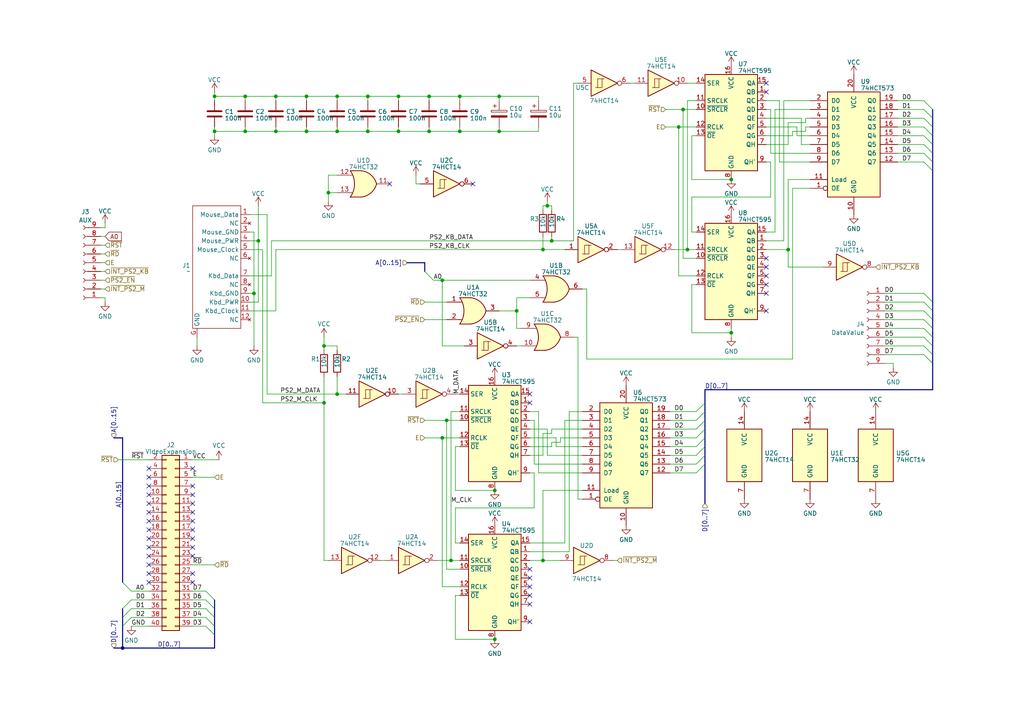
<source format=kicad_sch>
(kicad_sch (version 20231120) (generator "eeschema") (generator_version "8.0")
  (paper "A4")
  (junction (at 80.01 27.94))
  (junction (at 133.35 38.1))
  (junction (at 196.85 36.83))
  (junction (at 124.46 38.1))
  (junction (at 212.09 52.07))
  (junction (at 93.98 116.84))
  (junction (at 35.56 187.96))
  (junction (at 62.23 38.1))
  (junction (at 93.98 100.33))
  (junction (at 88.9 38.1))
  (junction (at 198.12 31.75))
  (junction (at 97.79 27.94))
  (junction (at 130.81 162.56))
  (junction (at 97.79 38.1))
  (junction (at 129.54 121.92))
  (junction (at 62.23 27.94))
  (junction (at 71.12 38.1))
  (junction (at 199.39 72.39))
  (junction (at 74.93 69.85))
  (junction (at 80.01 38.1))
  (junction (at 212.09 96.52))
  (junction (at 95.25 55.88))
  (junction (at 157.48 72.39))
  (junction (at 158.75 59.69))
  (junction (at 128.27 127))
  (junction (at 143.51 185.42))
  (junction (at 228.6 72.39))
  (junction (at 106.68 38.1))
  (junction (at 144.78 27.94))
  (junction (at 106.68 27.94))
  (junction (at 144.78 38.1))
  (junction (at 115.57 38.1))
  (junction (at 71.12 27.94))
  (junction (at 149.86 90.17))
  (junction (at 73.66 85.09))
  (junction (at 124.46 27.94))
  (junction (at 88.9 27.94))
  (junction (at 128.27 81.28))
  (junction (at 115.57 27.94))
  (junction (at 133.35 27.94))
  (junction (at 143.51 142.24))
  (junction (at 160.02 69.85))
  (junction (at 157.48 162.56))
  (junction (at 97.79 114.3))
  (no_connect (at 153.67 180.34))
  (no_connect (at 153.67 114.3))
  (no_connect (at 43.18 151.13))
  (no_connect (at 222.25 82.55))
  (no_connect (at 153.67 170.18))
  (no_connect (at 153.67 175.26))
  (no_connect (at 43.18 138.43))
  (no_connect (at 55.88 158.75))
  (no_connect (at 43.18 156.21))
  (no_connect (at 137.16 53.34))
  (no_connect (at 43.18 140.97))
  (no_connect (at 43.18 168.91))
  (no_connect (at 43.18 146.05))
  (no_connect (at 153.67 165.1))
  (no_connect (at 43.18 153.67))
  (no_connect (at 55.88 168.91))
  (no_connect (at 55.88 156.21))
  (no_connect (at 113.03 53.34))
  (no_connect (at 153.67 167.64))
  (no_connect (at 43.18 148.59))
  (no_connect (at 222.25 26.67))
  (no_connect (at 153.67 116.84))
  (no_connect (at 222.25 85.09))
  (no_connect (at 222.25 24.13))
  (no_connect (at 222.25 90.17))
  (no_connect (at 55.88 146.05))
  (no_connect (at 43.18 161.29))
  (no_connect (at 222.25 74.93))
  (no_connect (at 55.88 148.59))
  (no_connect (at 55.88 143.51))
  (no_connect (at 43.18 143.51))
  (no_connect (at 55.88 153.67))
  (no_connect (at 222.25 77.47))
  (no_connect (at 43.18 166.37))
  (no_connect (at 55.88 161.29))
  (no_connect (at 43.18 158.75))
  (no_connect (at 222.25 80.01))
  (no_connect (at 55.88 166.37))
  (no_connect (at 55.88 135.89))
  (no_connect (at 43.18 135.89))
  (no_connect (at 153.67 172.72))
  (no_connect (at 43.18 163.83))
  (no_connect (at 55.88 151.13))
  (no_connect (at 55.88 140.97))
  (bus_entry (at 35.56 179.07) (size 2.54 -2.54))
  (bus_entry (at 204.47 121.92) (size -2.54 2.54))
  (bus_entry (at 59.69 171.45) (size 2.54 2.54))
  (bus_entry (at 270.51 87.63) (size -2.54 -2.54))
  (bus_entry (at 270.51 31.75) (size -2.54 -2.54))
  (bus_entry (at 123.19 78.74) (size 2.54 2.54))
  (bus_entry (at 204.47 127) (size -2.54 2.54))
  (bus_entry (at 204.47 132.08) (size -2.54 2.54))
  (bus_entry (at 270.51 34.29) (size -2.54 -2.54))
  (bus_entry (at 270.51 41.91) (size -2.54 -2.54))
  (bus_entry (at 204.47 129.54) (size -2.54 2.54))
  (bus_entry (at 270.51 100.33) (size -2.54 -2.54))
  (bus_entry (at 59.69 173.99) (size 2.54 2.54))
  (bus_entry (at 270.51 36.83) (size -2.54 -2.54))
  (bus_entry (at 59.69 176.53) (size 2.54 2.54))
  (bus_entry (at 204.47 124.46) (size -2.54 2.54))
  (bus_entry (at 270.51 90.17) (size -2.54 -2.54))
  (bus_entry (at 35.56 181.61) (size 2.54 -2.54))
  (bus_entry (at 38.1 171.45) (size -2.54 -2.54))
  (bus_entry (at 204.47 116.84) (size -2.54 2.54))
  (bus_entry (at 204.47 119.38) (size -2.54 2.54))
  (bus_entry (at 204.47 134.62) (size -2.54 2.54))
  (bus_entry (at 59.69 179.07) (size 2.54 2.54))
  (bus_entry (at 270.51 105.41) (size -2.54 -2.54))
  (bus_entry (at 270.51 49.53) (size -2.54 -2.54))
  (bus_entry (at 35.56 176.53) (size 2.54 -2.54))
  (bus_entry (at 270.51 39.37) (size -2.54 -2.54))
  (bus_entry (at 270.51 97.79) (size -2.54 -2.54))
  (bus_entry (at 270.51 95.25) (size -2.54 -2.54))
  (bus_entry (at 270.51 102.87) (size -2.54 -2.54))
  (bus_entry (at 270.51 46.99) (size -2.54 -2.54))
  (bus_entry (at 270.51 92.71) (size -2.54 -2.54))
  (bus_entry (at 59.69 181.61) (size 2.54 2.54))
  (bus_entry (at 270.51 44.45) (size -2.54 -2.54))
  (wire (pts (xy 158.75 124.46) (xy 158.75 132.08)))
  (wire (pts (xy 133.35 129.54) (xy 132.08 129.54)))
  (wire (pts (xy 115.57 29.21) (xy 115.57 27.94)))
  (wire (pts (xy 194.31 137.16) (xy 201.93 137.16)))
  (wire (pts (xy 123.19 127) (xy 128.27 127)))
  (wire (pts (xy 256.54 85.09) (xy 267.97 85.09)))
  (wire (pts (xy 29.21 78.74) (xy 30.48 78.74)))
  (wire (pts (xy 77.47 62.23) (xy 77.47 114.3)))
  (wire (pts (xy 97.79 36.83) (xy 97.79 38.1)))
  (wire (pts (xy 115.57 27.94) (xy 124.46 27.94)))
  (bus (pts (xy 62.23 179.07) (xy 62.23 181.61)))
  (wire (pts (xy 55.88 163.83) (xy 62.23 163.83)))
  (wire (pts (xy 72.39 80.01) (xy 78.74 80.01)))
  (wire (pts (xy 154.94 147.32) (xy 132.08 147.32)))
  (wire (pts (xy 110.49 162.56) (xy 111.76 162.56)))
  (wire (pts (xy 153.67 157.48) (xy 163.83 157.48)))
  (wire (pts (xy 196.85 36.83) (xy 196.85 80.01)))
  (wire (pts (xy 127 162.56) (xy 130.81 162.56)))
  (wire (pts (xy 55.88 173.99) (xy 59.69 173.99)))
  (wire (pts (xy 154.94 134.62) (xy 168.91 134.62)))
  (wire (pts (xy 62.23 27.94) (xy 71.12 27.94)))
  (wire (pts (xy 157.48 72.39) (xy 163.83 72.39)))
  (wire (pts (xy 128.27 127) (xy 128.27 170.18)))
  (wire (pts (xy 167.64 144.78) (xy 168.91 144.78)))
  (wire (pts (xy 124.46 36.83) (xy 124.46 38.1)))
  (wire (pts (xy 229.87 54.61) (xy 234.95 54.61)))
  (wire (pts (xy 120.65 53.34) (xy 121.92 53.34)))
  (wire (pts (xy 80.01 38.1) (xy 88.9 38.1)))
  (wire (pts (xy 160.02 59.69) (xy 160.02 60.96)))
  (bus (pts (xy 35.56 176.53) (xy 35.56 179.07)))
  (wire (pts (xy 153.67 121.92) (xy 154.94 121.92)))
  (wire (pts (xy 156.21 119.38) (xy 153.67 119.38)))
  (bus (pts (xy 123.19 76.2) (xy 123.19 78.74)))
  (wire (pts (xy 177.8 162.56) (xy 179.07 162.56)))
  (wire (pts (xy 38.1 176.53) (xy 43.18 176.53)))
  (wire (pts (xy 129.54 121.92) (xy 129.54 165.1)))
  (wire (pts (xy 80.01 27.94) (xy 80.01 29.21)))
  (wire (pts (xy 157.48 132.08) (xy 153.67 132.08)))
  (wire (pts (xy 115.57 38.1) (xy 124.46 38.1)))
  (wire (pts (xy 55.88 171.45) (xy 59.69 171.45)))
  (wire (pts (xy 163.83 121.92) (xy 168.91 121.92)))
  (wire (pts (xy 106.68 38.1) (xy 115.57 38.1)))
  (wire (pts (xy 224.79 67.31) (xy 224.79 31.75)))
  (wire (pts (xy 134.62 100.33) (xy 128.27 100.33)))
  (wire (pts (xy 179.07 72.39) (xy 180.34 72.39)))
  (wire (pts (xy 97.79 114.3) (xy 100.33 114.3)))
  (wire (pts (xy 156.21 29.21) (xy 156.21 27.94)))
  (wire (pts (xy 78.74 69.85) (xy 160.02 69.85)))
  (wire (pts (xy 123.19 87.63) (xy 129.54 87.63)))
  (wire (pts (xy 259.08 105.41) (xy 259.08 106.68)))
  (wire (pts (xy 222.25 41.91) (xy 228.6 41.91)))
  (wire (pts (xy 62.23 26.67) (xy 62.23 27.94)))
  (wire (pts (xy 194.31 129.54) (xy 201.93 129.54)))
  (wire (pts (xy 194.31 134.62) (xy 201.93 134.62)))
  (bus (pts (xy 270.51 46.99) (xy 270.51 49.53)))
  (wire (pts (xy 97.79 29.21) (xy 97.79 27.94)))
  (wire (pts (xy 199.39 29.21) (xy 201.93 29.21)))
  (wire (pts (xy 115.57 114.3) (xy 116.84 114.3)))
  (wire (pts (xy 129.54 165.1) (xy 133.35 165.1)))
  (wire (pts (xy 76.2 116.84) (xy 93.98 116.84)))
  (wire (pts (xy 30.48 86.36) (xy 29.21 86.36)))
  (wire (pts (xy 124.46 38.1) (xy 133.35 38.1)))
  (wire (pts (xy 231.14 39.37) (xy 234.95 39.37)))
  (wire (pts (xy 120.65 50.8) (xy 120.65 53.34)))
  (bus (pts (xy 204.47 124.46) (xy 204.47 127)))
  (wire (pts (xy 157.48 125.73) (xy 160.02 125.73)))
  (wire (pts (xy 72.39 87.63) (xy 74.93 87.63)))
  (bus (pts (xy 270.51 97.79) (xy 270.51 100.33)))
  (wire (pts (xy 62.23 38.1) (xy 71.12 38.1)))
  (bus (pts (xy 270.51 102.87) (xy 270.51 105.41)))
  (wire (pts (xy 93.98 97.79) (xy 93.98 100.33)))
  (wire (pts (xy 154.94 137.16) (xy 154.94 147.32)))
  (wire (pts (xy 153.67 127) (xy 161.29 127)))
  (bus (pts (xy 204.47 116.84) (xy 204.47 119.38)))
  (wire (pts (xy 124.46 27.94) (xy 133.35 27.94)))
  (wire (pts (xy 233.68 34.29) (xy 234.95 34.29)))
  (wire (pts (xy 260.35 46.99) (xy 267.97 46.99)))
  (wire (pts (xy 97.79 27.94) (xy 106.68 27.94)))
  (wire (pts (xy 29.21 71.12) (xy 30.48 71.12)))
  (wire (pts (xy 228.6 41.91) (xy 228.6 35.56)))
  (wire (pts (xy 71.12 29.21) (xy 71.12 27.94)))
  (wire (pts (xy 168.91 83.82) (xy 170.18 83.82)))
  (wire (pts (xy 88.9 27.94) (xy 88.9 29.21)))
  (wire (pts (xy 153.67 162.56) (xy 157.48 162.56)))
  (wire (pts (xy 29.21 68.58) (xy 30.48 68.58)))
  (wire (pts (xy 144.78 90.17) (xy 149.86 90.17)))
  (wire (pts (xy 194.31 121.92) (xy 201.93 121.92)))
  (bus (pts (xy 270.51 49.53) (xy 270.51 87.63)))
  (wire (pts (xy 160.02 129.54) (xy 160.02 128.27)))
  (wire (pts (xy 130.81 162.56) (xy 133.35 162.56)))
  (wire (pts (xy 30.48 87.63) (xy 30.48 86.36)))
  (wire (pts (xy 165.1 119.38) (xy 168.91 119.38)))
  (wire (pts (xy 199.39 72.39) (xy 199.39 29.21)))
  (bus (pts (xy 270.51 113.03) (xy 204.47 113.03)))
  (wire (pts (xy 149.86 95.25) (xy 151.13 95.25)))
  (wire (pts (xy 29.21 81.28) (xy 30.48 81.28)))
  (bus (pts (xy 118.11 76.2) (xy 123.19 76.2)))
  (bus (pts (xy 35.56 187.96) (xy 62.23 187.96)))
  (wire (pts (xy 123.19 121.92) (xy 129.54 121.92)))
  (wire (pts (xy 160.02 125.73) (xy 160.02 124.46)))
  (wire (pts (xy 223.52 57.15) (xy 200.66 57.15)))
  (wire (pts (xy 76.2 72.39) (xy 76.2 116.84)))
  (wire (pts (xy 144.78 36.83) (xy 144.78 38.1)))
  (wire (pts (xy 165.1 160.02) (xy 165.1 119.38)))
  (wire (pts (xy 229.87 38.1) (xy 229.87 39.37)))
  (wire (pts (xy 74.93 69.85) (xy 74.93 87.63)))
  (wire (pts (xy 196.85 36.83) (xy 201.93 36.83)))
  (wire (pts (xy 226.06 29.21) (xy 222.25 29.21)))
  (wire (pts (xy 34.29 133.35) (xy 43.18 133.35)))
  (bus (pts (xy 204.47 127) (xy 204.47 129.54)))
  (wire (pts (xy 195.58 72.39) (xy 199.39 72.39)))
  (wire (pts (xy 55.88 179.07) (xy 59.69 179.07)))
  (wire (pts (xy 232.41 41.91) (xy 234.95 41.91)))
  (wire (pts (xy 38.1 173.99) (xy 43.18 173.99)))
  (wire (pts (xy 228.6 77.47) (xy 238.76 77.47)))
  (wire (pts (xy 106.68 27.94) (xy 106.68 29.21)))
  (wire (pts (xy 38.1 181.61) (xy 43.18 181.61)))
  (bus (pts (xy 33.02 127) (xy 35.56 127)))
  (wire (pts (xy 157.48 59.69) (xy 158.75 59.69)))
  (bus (pts (xy 204.47 132.08) (xy 204.47 134.62)))
  (bus (pts (xy 270.51 92.71) (xy 270.51 95.25)))
  (wire (pts (xy 260.35 29.21) (xy 267.97 29.21)))
  (bus (pts (xy 62.23 173.99) (xy 62.23 176.53)))
  (wire (pts (xy 72.39 67.31) (xy 73.66 67.31)))
  (wire (pts (xy 128.27 127) (xy 133.35 127)))
  (wire (pts (xy 198.12 74.93) (xy 201.93 74.93)))
  (wire (pts (xy 156.21 36.83) (xy 156.21 38.1)))
  (wire (pts (xy 95.25 50.8) (xy 95.25 55.88)))
  (wire (pts (xy 212.09 96.52) (xy 212.09 95.25)))
  (wire (pts (xy 158.75 132.08) (xy 168.91 132.08)))
  (wire (pts (xy 160.02 68.58) (xy 160.02 69.85)))
  (bus (pts (xy 270.51 100.33) (xy 270.51 102.87)))
  (wire (pts (xy 224.79 31.75) (xy 234.95 31.75)))
  (wire (pts (xy 29.21 76.2) (xy 30.48 76.2)))
  (bus (pts (xy 204.47 134.62) (xy 204.47 146.05)))
  (wire (pts (xy 88.9 27.94) (xy 97.79 27.94)))
  (wire (pts (xy 201.93 31.75) (xy 198.12 31.75)))
  (wire (pts (xy 256.54 90.17) (xy 267.97 90.17)))
  (wire (pts (xy 80.01 72.39) (xy 157.48 72.39)))
  (wire (pts (xy 222.25 36.83) (xy 231.14 36.83)))
  (wire (pts (xy 132.08 114.3) (xy 133.35 114.3)))
  (wire (pts (xy 115.57 36.83) (xy 115.57 38.1)))
  (wire (pts (xy 163.83 157.48) (xy 163.83 121.92)))
  (wire (pts (xy 29.21 83.82) (xy 30.48 83.82)))
  (wire (pts (xy 97.79 38.1) (xy 106.68 38.1)))
  (wire (pts (xy 78.74 80.01) (xy 78.74 69.85)))
  (wire (pts (xy 153.67 124.46) (xy 158.75 124.46)))
  (wire (pts (xy 97.79 101.6) (xy 97.79 100.33)))
  (wire (pts (xy 55.88 181.61) (xy 59.69 181.61)))
  (wire (pts (xy 71.12 38.1) (xy 80.01 38.1)))
  (wire (pts (xy 222.25 67.31) (xy 224.79 67.31)))
  (wire (pts (xy 38.1 179.07) (xy 43.18 179.07)))
  (wire (pts (xy 157.48 60.96) (xy 157.48 59.69)))
  (wire (pts (xy 222.25 39.37) (xy 229.87 39.37)))
  (wire (pts (xy 153.67 137.16) (xy 154.94 137.16)))
  (bus (pts (xy 270.51 34.29) (xy 270.51 36.83)))
  (wire (pts (xy 88.9 38.1) (xy 97.79 38.1)))
  (wire (pts (xy 260.35 34.29) (xy 267.97 34.29)))
  (wire (pts (xy 234.95 46.99) (xy 226.06 46.99)))
  (bus (pts (xy 35.56 179.07) (xy 35.56 181.61)))
  (bus (pts (xy 35.56 127) (xy 35.56 168.91)))
  (wire (pts (xy 93.98 100.33) (xy 93.98 101.6)))
  (wire (pts (xy 133.35 38.1) (xy 144.78 38.1)))
  (wire (pts (xy 158.75 59.69) (xy 160.02 59.69)))
  (wire (pts (xy 80.01 72.39) (xy 80.01 90.17)))
  (wire (pts (xy 200.66 96.52) (xy 212.09 96.52)))
  (wire (pts (xy 133.35 172.72) (xy 132.08 172.72)))
  (wire (pts (xy 153.67 129.54) (xy 160.02 129.54)))
  (wire (pts (xy 157.48 142.24) (xy 157.48 162.56)))
  (wire (pts (xy 256.54 87.63) (xy 267.97 87.63)))
  (wire (pts (xy 229.87 104.14) (xy 229.87 54.61)))
  (wire (pts (xy 161.29 127) (xy 161.29 129.54)))
  (bus (pts (xy 62.23 184.15) (xy 62.23 187.96)))
  (wire (pts (xy 170.18 104.14) (xy 170.18 83.82)))
  (bus (pts (xy 204.47 113.03) (xy 204.47 116.84)))
  (wire (pts (xy 256.54 105.41) (xy 259.08 105.41)))
  (wire (pts (xy 132.08 142.24) (xy 143.51 142.24)))
  (wire (pts (xy 157.48 162.56) (xy 162.56 162.56)))
  (wire (pts (xy 194.31 119.38) (xy 201.93 119.38)))
  (wire (pts (xy 144.78 27.94) (xy 144.78 29.21)))
  (wire (pts (xy 170.18 104.14) (xy 229.87 104.14)))
  (wire (pts (xy 55.88 176.53) (xy 59.69 176.53)))
  (wire (pts (xy 193.04 31.75) (xy 198.12 31.75)))
  (wire (pts (xy 168.91 137.16) (xy 156.21 137.16)))
  (wire (pts (xy 97.79 55.88) (xy 95.25 55.88)))
  (wire (pts (xy 132.08 185.42) (xy 143.51 185.42)))
  (wire (pts (xy 80.01 27.94) (xy 88.9 27.94)))
  (wire (pts (xy 157.48 68.58) (xy 157.48 72.39)))
  (wire (pts (xy 200.66 52.07) (xy 212.09 52.07)))
  (wire (pts (xy 77.47 114.3) (xy 97.79 114.3)))
  (wire (pts (xy 130.81 162.56) (xy 130.81 119.38)))
  (bus (pts (xy 270.51 95.25) (xy 270.51 97.79)))
  (wire (pts (xy 166.37 24.13) (xy 167.64 24.13)))
  (wire (pts (xy 256.54 92.71) (xy 267.97 92.71)))
  (wire (pts (xy 72.39 62.23) (xy 77.47 62.23)))
  (wire (pts (xy 260.35 36.83) (xy 267.97 36.83)))
  (wire (pts (xy 62.23 38.1) (xy 62.23 39.37)))
  (wire (pts (xy 72.39 85.09) (xy 73.66 85.09)))
  (wire (pts (xy 198.12 31.75) (xy 198.12 74.93)))
  (wire (pts (xy 133.35 36.83) (xy 133.35 38.1)))
  (bus (pts (xy 270.51 31.75) (xy 270.51 34.29)))
  (wire (pts (xy 227.33 69.85) (xy 227.33 29.21)))
  (wire (pts (xy 256.54 102.87) (xy 267.97 102.87)))
  (wire (pts (xy 201.93 39.37) (xy 200.66 39.37)))
  (wire (pts (xy 62.23 36.83) (xy 62.23 38.1)))
  (wire (pts (xy 200.66 39.37) (xy 200.66 52.07)))
  (wire (pts (xy 232.41 34.29) (xy 232.41 41.91)))
  (wire (pts (xy 133.35 27.94) (xy 144.78 27.94)))
  (wire (pts (xy 160.02 124.46) (xy 168.91 124.46)))
  (wire (pts (xy 128.27 81.28) (xy 153.67 81.28)))
  (wire (pts (xy 157.48 132.08) (xy 157.48 125.73)))
  (wire (pts (xy 149.86 100.33) (xy 151.13 100.33)))
  (wire (pts (xy 73.66 67.31) (xy 73.66 85.09)))
  (wire (pts (xy 74.93 59.69) (xy 74.93 69.85)))
  (wire (pts (xy 200.66 67.31) (xy 201.93 67.31)))
  (bus (pts (xy 270.51 36.83) (xy 270.51 39.37)))
  (wire (pts (xy 72.39 69.85) (xy 74.93 69.85)))
  (wire (pts (xy 168.91 142.24) (xy 157.48 142.24)))
  (wire (pts (xy 144.78 27.94) (xy 156.21 27.94)))
  (wire (pts (xy 199.39 24.13) (xy 201.93 24.13)))
  (wire (pts (xy 222.25 72.39) (xy 228.6 72.39)))
  (wire (pts (xy 30.48 64.77) (xy 30.48 66.04)))
  (wire (pts (xy 193.04 36.83) (xy 196.85 36.83)))
  (wire (pts (xy 133.35 29.21) (xy 133.35 27.94)))
  (wire (pts (xy 132.08 157.48) (xy 133.35 157.48)))
  (wire (pts (xy 222.25 34.29) (xy 232.41 34.29)))
  (bus (pts (xy 270.51 105.41) (xy 270.51 113.03)))
  (wire (pts (xy 256.54 95.25) (xy 267.97 95.25)))
  (wire (pts (xy 196.85 80.01) (xy 201.93 80.01)))
  (wire (pts (xy 260.35 44.45) (xy 267.97 44.45)))
  (wire (pts (xy 223.52 46.99) (xy 223.52 57.15)))
  (wire (pts (xy 132.08 147.32) (xy 132.08 157.48)))
  (wire (pts (xy 123.19 92.71) (xy 129.54 92.71)))
  (wire (pts (xy 200.66 57.15) (xy 200.66 67.31)))
  (wire (pts (xy 256.54 100.33) (xy 267.97 100.33)))
  (wire (pts (xy 194.31 127) (xy 201.93 127)))
  (wire (pts (xy 160.02 69.85) (xy 166.37 69.85)))
  (wire (pts (xy 182.88 24.13) (xy 184.15 24.13)))
  (wire (pts (xy 260.35 31.75) (xy 267.97 31.75)))
  (wire (pts (xy 194.31 124.46) (xy 201.93 124.46)))
  (wire (pts (xy 223.52 44.45) (xy 234.95 44.45)))
  (wire (pts (xy 93.98 109.22) (xy 93.98 116.84)))
  (wire (pts (xy 71.12 27.94) (xy 80.01 27.94)))
  (bus (pts (xy 270.51 87.63) (xy 270.51 90.17)))
  (wire (pts (xy 161.29 129.54) (xy 168.91 129.54)))
  (bus (pts (xy 35.56 181.61) (xy 35.56 187.96)))
  (wire (pts (xy 260.35 39.37) (xy 267.97 39.37)))
  (wire (pts (xy 228.6 52.07) (xy 228.6 72.39)))
  (wire (pts (xy 233.68 35.56) (xy 233.68 34.29)))
  (wire (pts (xy 144.78 38.1) (xy 156.21 38.1)))
  (wire (pts (xy 62.23 27.94) (xy 62.23 29.21)))
  (wire (pts (xy 125.73 81.28) (xy 128.27 81.28)))
  (wire (pts (xy 124.46 29.21) (xy 124.46 27.94)))
  (wire (pts (xy 71.12 36.83) (xy 71.12 38.1)))
  (wire (pts (xy 201.93 82.55) (xy 200.66 82.55)))
  (wire (pts (xy 128.27 100.33) (xy 128.27 81.28)))
  (wire (pts (xy 158.75 58.42) (xy 158.75 59.69)))
  (wire (pts (xy 222.25 69.85) (xy 227.33 69.85)))
  (wire (pts (xy 194.31 132.08) (xy 201.93 132.08)))
  (wire (pts (xy 80.01 36.83) (xy 80.01 38.1)))
  (wire (pts (xy 130.81 119.38) (xy 133.35 119.38)))
  (wire (pts (xy 162.56 128.27) (xy 162.56 127)))
  (wire (pts (xy 29.21 73.66) (xy 30.48 73.66)))
  (wire (pts (xy 97.79 100.33) (xy 93.98 100.33)))
  (wire (pts (xy 199.39 72.39) (xy 201.93 72.39)))
  (wire (pts (xy 260.35 41.91) (xy 267.97 41.91)))
  (wire (pts (xy 156.21 137.16) (xy 156.21 119.38)))
  (wire (pts (xy 149.86 86.36) (xy 153.67 86.36)))
  (wire (pts (xy 80.01 90.17) (xy 72.39 90.17)))
  (wire (pts (xy 132.08 129.54) (xy 132.08 142.24)))
  (wire (pts (xy 231.14 36.83) (xy 231.14 39.37)))
  (wire (pts (xy 106.68 27.94) (xy 115.57 27.94)))
  (wire (pts (xy 88.9 36.83) (xy 88.9 38.1)))
  (wire (pts (xy 227.33 29.21) (xy 234.95 29.21)))
  (wire (pts (xy 76.2 72.39) (xy 72.39 72.39)))
  (wire (pts (xy 166.37 97.79) (xy 167.64 97.79)))
  (wire (pts (xy 154.94 121.92) (xy 154.94 134.62)))
  (wire (pts (xy 226.06 46.99) (xy 226.06 29.21)))
  (bus (pts (xy 204.47 119.38) (xy 204.47 121.92)))
  (bus (pts (xy 270.51 44.45) (xy 270.51 46.99)))
  (bus (pts (xy 204.47 129.54) (xy 204.47 132.08)))
  (wire (pts (xy 132.08 172.72) (xy 132.08 185.42)))
  (bus (pts (xy 270.51 90.17) (xy 270.51 92.71)))
  (wire (pts (xy 228.6 35.56) (xy 233.68 35.56)))
  (wire (pts (xy 55.88 133.35) (xy 63.5 133.35)))
  (wire (pts (xy 95.25 55.88) (xy 95.25 58.42)))
  (wire (pts (xy 93.98 116.84) (xy 93.98 162.56)))
  (wire (pts (xy 229.87 38.1) (xy 233.68 38.1)))
  (wire (pts (xy 55.88 138.43) (xy 62.23 138.43)))
  (wire (pts (xy 73.66 85.09) (xy 73.66 100.33)))
  (wire (pts (xy 97.79 109.22) (xy 97.79 114.3)))
  (bus (pts (xy 204.47 121.92) (xy 204.47 124.46)))
  (wire (pts (xy 234.95 52.07) (xy 228.6 52.07)))
  (bus (pts (xy 33.02 187.96) (xy 35.56 187.96)))
  (wire (pts (xy 128.27 170.18) (xy 133.35 170.18)))
  (wire (pts (xy 162.56 127) (xy 168.91 127)))
  (wire (pts (xy 30.48 66.04) (xy 29.21 66.04)))
  (wire (pts (xy 57.15 100.33) (xy 57.15 97.79)))
  (wire (pts (xy 106.68 36.83) (xy 106.68 38.1)))
  (wire (pts (xy 228.6 77.47) (xy 228.6 72.39)))
  (wire (pts (xy 222.25 31.75) (xy 223.52 31.75)))
  (wire (pts (xy 200.66 82.55) (xy 200.66 96.52)))
  (wire (pts (xy 38.1 171.45) (xy 43.18 171.45)))
  (bus (pts (xy 270.51 39.37) (xy 270.51 41.91)))
  (wire (pts (xy 129.54 121.92) (xy 133.35 121.92)))
  (bus (pts (xy 270.51 41.91) (xy 270.51 44.45)))
  (wire (pts (xy 223.52 31.75) (xy 223.52 44.45)))
  (wire (pts (xy 95.25 162.56) (xy 93.98 162.56)))
  (wire (pts (xy 167.64 97.79) (xy 167.64 144.78)))
  (bus (pts (xy 62.23 181.61) (xy 62.23 184.15)))
  (wire (pts (xy 149.86 86.36) (xy 149.86 90.17)))
  (wire (pts (xy 233.68 38.1) (xy 233.68 36.83)))
  (wire (pts (xy 222.25 46.99) (xy 223.52 46.99)))
  (wire (pts (xy 149.86 90.17) (xy 149.86 95.25)))
  (wire (pts (xy 233.68 36.83) (xy 234.95 36.83)))
  (wire (pts (xy 97.79 50.8) (xy 95.25 50.8)))
  (wire (pts (xy 166.37 24.13) (xy 166.37 69.85)))
  (bus (pts (xy 62.23 176.53) (xy 62.23 179.07)))
  (wire (pts (xy 212.09 96.52) (xy 212.09 97.79)))
  (wire (pts (xy 256.54 97.79) (xy 267.97 97.79)))
  (wire (pts (xy 160.02 128.27) (xy 162.56 128.27)))
  (wire (pts (xy 153.67 160.02) (xy 165.1 160.02)))
  (label "VCC" (at 55.88 133.35 0))
  (label "A0" (at 125.73 81.28 0))
  (label "~{RST}" (at 38.1 133.35 0))
  (label "~{RD}" (at 55.88 163.83 0))
  (label "A[0..15]" (at 35.56 147.32 90))
  (label "D1" (at 39.37 176.53 0))
  (label "D5" (at 195.58 132.08 0))
  (label "D0" (at 39.37 173.99 0))
  (label "D3" (at 256.54 92.71 0))
  (label "D7" (at 256.54 102.87 0))
  (label "D6" (at 261.62 44.45 0))
  (label "PS2_M_CLK" (at 81.28 116.84 0))
  (label "D2" (at 256.54 90.17 0))
  (label "D[0..7]" (at 45.72 187.96 0))
  (label "D1" (at 261.62 31.75 0))
  (label "D2" (at 261.62 34.29 0))
  (label "PS2_M_DATA" (at 81.28 114.3 0))
  (label "D3" (at 195.58 127 0))
  (label "D3" (at 261.62 36.83 0))
  (label "D6" (at 256.54 100.33 0))
  (label "D4" (at 256.54 95.25 0))
  (label "M_CLK" (at 130.81 146.05 0))
  (label "D7" (at 55.88 171.45 0))
  (label "D5" (at 261.62 41.91 0))
  (label "M_DATA" (at 133.35 114.3 90))
  (label "D4" (at 195.58 129.54 0))
  (label "D[0..7]" (at 204.47 113.03 0))
  (label "D0" (at 195.58 119.38 0))
  (label "D7" (at 195.58 137.16 0))
  (label "D5" (at 256.54 97.79 0))
  (label "D0" (at 261.62 29.21 0))
  (label "D1" (at 195.58 121.92 0))
  (label "D6" (at 55.88 173.99 0))
  (label "E" (at 55.88 138.43 0))
  (label "D0" (at 256.54 85.09 0))
  (label "D1" (at 256.54 87.63 0))
  (label "D4" (at 55.88 179.07 0))
  (label "PS2_KB_CLK" (at 124.46 72.39 0))
  (label "D7" (at 261.62 46.99 0))
  (label "PS2_KB_DATA" (at 124.46 69.85 0))
  (label "D6" (at 195.58 134.62 0))
  (label "D5" (at 55.88 176.53 0))
  (label "GND" (at 38.1 181.61 0))
  (label "D4" (at 261.62 39.37 0))
  (label "D2" (at 195.58 124.46 0))
  (label "D3" (at 55.88 181.61 0))
  (label "A0" (at 39.37 171.45 0))
  (label "D2" (at 39.37 179.07 0))
  (global_label "A0" (shape input) (at 30.48 68.58 0) (property "Intersheetrefs" "${INTERSHEET_REFS}" (effects (hide yes))))
  (hierarchical_label "~{INT_PS2_KB}" (shape input) (at 254 77.47 0))
  (hierarchical_label "~{RST}" (shape input) (at 193.04 31.75 180))
  (hierarchical_label "~{RST}" (shape input) (at 30.48 71.12 0))
  (hierarchical_label "D[0..7]" (shape input) (at 204.47 146.05 270))
  (hierarchical_label "~{INT_PS2_M}" (shape input) (at 30.48 83.82 0))
  (hierarchical_label "~{INT_PS2_KB}" (shape input) (at 30.48 78.74 0))
  (hierarchical_label "E" (shape input) (at 193.04 36.83 180))
  (hierarchical_label "D[0..7]" (shape input) (at 33.02 187.96 90))
  (hierarchical_label "~{RD}" (shape input) (at 62.23 163.83 0))
  (hierarchical_label "~{RST}" (shape input) (at 34.29 133.35 180))
  (hierarchical_label "~{RD}" (shape input) (at 30.48 73.66 0))
  (hierarchical_label "E" (shape input) (at 123.19 127 180))
  (hierarchical_label "~{RST}" (shape input) (at 123.19 121.92 180))
  (hierarchical_label "~{PS2_EN}" (shape input) (at 30.48 81.28 0))
  (hierarchical_label "~{INT_PS2_M}" (shape input) (at 179.07 162.56 0))
  (hierarchical_label "E" (shape input) (at 30.48 76.2 0))
  (hierarchical_label "~{PS2_EN}" (shape input) (at 123.19 92.71 180))
  (hierarchical_label "A[0..15]" (shape input) (at 33.02 127 90))
  (hierarchical_label "E" (shape input) (at 62.23 138.43 0))
  (hierarchical_label "~{RD}" (shape input) (at 123.19 87.63 180))
  (hierarchical_label "A[0..15]" (shape input) (at 118.11 76.2 180))
  (symbol (lib_id "Connector:Conn_01x09_Socket") (at 24.13 76.2 180) (unit 1)
    (property "Reference" "J3" (at 24.765 61.4383 0))
    (property "Value" "AUX" (at 24.765 63.8626 0))
    (property "Footprint" "Connector_PinSocket_2.54mm:PinSocket_1x09_P2.54mm_Vertical" (effects (hide yes)))
    (property "Description" "Generic connector, single row, 01x09, script generated" (effects (hide yes)))
  )
  (symbol (lib_id "74xx:74LS573") (at 181.61 132.08 0) (unit 1)
    (property "Reference" "U6" (at 183.5659 113.8301 0) (effects (justify left)))
    (property "Value" "74HCT573" (at 183.5659 115.7511 0) (effects (justify left)))
    (property "Footprint" "Package_DIP:DIP-20_W7.62mm_Socket" (effects (hide yes)))
    (property "Datasheet" "74xx/74hc573.pdf" (effects (hide yes)))
  )
  (symbol (lib_id "power:GND") (at 57.15 100.33 0) (unit 1)
    (property "Reference" "#PWR01" (effects (hide yes)))
    (property "Value" "GND" (at 57.15 104.4655 0))
  )
  (symbol (lib_id "power:GND") (at 62.23 39.37 0) (unit 1)
    (property "Reference" "#PWR03" (effects (hide yes)))
    (property "Value" "GND" (at 62.23 43.5055 0))
  )
  (symbol (lib_id "74xx:74HC14") (at 119.38 162.56 0) (unit 1)
    (property "Reference" "U2" (at 119.38 155.7401 0))
    (property "Value" "74HCT14" (at 119.38 157.6611 0))
    (property "Footprint" "Package_DIP:DIP-14_W7.62mm_Socket" (effects (hide yes)))
    (property "Datasheet" "http://www.ti.com/lit/gpn/sn74HC14" (effects (hide yes)))
  )
  (symbol (lib_id "Device:C") (at 97.79 33.02 0) (unit 1)
    (property "Reference" "C5" (at 100.711 32.3763 0) (effects (justify left)))
    (property "Value" "100n" (at 100.711 34.2973 0) (effects (justify left)))
    (property "Footprint" "Capacitor_THT:C_Disc_D5.0mm_W2.5mm_P2.50mm" (effects (hide yes)))
  )
  (symbol (lib_id "power:VCC") (at 247.65 21.59 0) (unit 1)
    (property "Reference" "#PWR024" (effects (hide yes)))
    (property "Value" "VCC" (at 247.65 18.0881 0))
  )
  (symbol (lib_id "74xx:74LS32") (at 161.29 83.82 0) (unit 2)
    (property "Reference" "U1" (at 161.29 77.0001 0))
    (property "Value" "74HCT32" (at 161.29 78.9211 0))
    (property "Footprint" "Package_DIP:DIP-14_W7.62mm_Socket" (effects (hide yes)))
    (property "Datasheet" "http://www.ti.com/lit/gpn/sn74LS32" (effects (hide yes)))
  )
  (symbol (lib_id "power:VCC") (at 62.23 26.67 0) (unit 1)
    (property "Reference" "#PWR02" (effects (hide yes)))
    (property "Value" "VCC" (at 62.23 23.1681 0))
  )
  (symbol (lib_id "74xx:74HC595") (at 143.51 124.46 0) (unit 1)
    (property "Reference" "U3" (at 145.4659 108.7501 0) (effects (justify left)))
    (property "Value" "74HCT595" (at 145.4659 110.6711 0) (effects (justify left)))
    (property "Footprint" "Package_DIP:DIP-16_W7.62mm_Socket" (effects (hide yes)))
    (property "Datasheet" "http://www.ti.com/lit/ds/symlink/sn74hc595.pdf" (effects (hide yes)))
  )
  (symbol (lib_id "power:GND") (at 234.95 144.78 0) (unit 1)
    (property "Reference" "#PWR023" (effects (hide yes)))
    (property "Value" "GND" (at 234.95 148.9155 0))
  )
  (symbol (lib_id "Device:C") (at 62.23 33.02 0) (unit 1)
    (property "Reference" "C1" (at 65.151 32.3763 0) (effects (justify left)))
    (property "Value" "100n" (at 65.151 34.2973 0) (effects (justify left)))
    (property "Footprint" "Capacitor_THT:C_Disc_D5.0mm_W2.5mm_P2.50mm" (effects (hide yes)))
  )
  (symbol (lib_id "74xx:74HC14") (at 170.18 162.56 0) (unit 4)
    (property "Reference" "U2" (at 170.18 158.242 0))
    (property "Value" "74HCT14" (at 170.18 167.894 0))
    (property "Footprint" "Package_DIP:DIP-14_W7.62mm_Socket" (effects (hide yes)))
    (property "Datasheet" "http://www.ti.com/lit/gpn/sn74HC14" (effects (hide yes)))
  )
  (symbol (lib_id "power:GND") (at 143.51 185.42 0) (unit 1)
    (property "Reference" "#PWR012" (effects (hide yes)))
    (property "Value" "GND" (at 143.51 189.5555 0))
  )
  (symbol (lib_id "power:VCC") (at 143.51 152.4 0) (unit 1)
    (property "Reference" "#PWR011" (effects (hide yes)))
    (property "Value" "VCC" (at 143.51 148.8981 0))
  )
  (symbol (lib_id "power:GND") (at 30.48 87.63 0) (unit 1)
    (property "Reference" "#PWR031" (effects (hide yes)))
    (property "Value" "GND" (at 30.48 91.7655 0))
  )
  (symbol (lib_id "power:GND") (at 212.09 97.79 0) (unit 1)
    (property "Reference" "#PWR019" (effects (hide yes)))
    (property "Value" "GND" (at 212.09 101.9255 0))
  )
  (symbol (lib_id "power:GND") (at 73.66 100.33 0) (unit 1)
    (property "Reference" "#PWR05" (effects (hide yes)))
    (property "Value" "GND" (at 73.66 104.4655 0))
  )
  (symbol (lib_id "Device:C") (at 88.9 33.02 0) (unit 1)
    (property "Reference" "C4" (at 91.821 32.3763 0) (effects (justify left)))
    (property "Value" "100n" (at 91.821 34.2973 0) (effects (justify left)))
    (property "Footprint" "Capacitor_THT:C_Disc_D5.0mm_W2.5mm_P2.50mm" (effects (hide yes)))
  )
  (symbol (lib_id "74xx:74HC14") (at 191.77 24.13 0) (unit 5)
    (property "Reference" "U5" (at 191.77 17.3101 0))
    (property "Value" "74HCT14" (at 191.77 19.2311 0))
    (property "Footprint" "Package_DIP:DIP-14_W7.62mm_Socket" (effects (hide yes)))
    (property "Datasheet" "http://www.ti.com/lit/gpn/sn74HC14" (effects (hide yes)))
  )
  (symbol (lib_id "74xx:74LS32") (at 137.16 90.17 0) (unit 1)
    (property "Reference" "U1" (at 137.16 83.3501 0))
    (property "Value" "74HCT32" (at 137.16 85.2711 0))
    (property "Footprint" "Package_DIP:DIP-14_W7.62mm_Socket" (effects (hide yes)))
    (property "Datasheet" "http://www.ti.com/lit/gpn/sn74LS32" (effects (hide yes)))
  )
  (symbol (lib_id "74xx:74HC14") (at 107.95 114.3 0) (unit 5)
    (property "Reference" "U2" (at 107.95 107.4801 0))
    (property "Value" "74HCT14" (at 107.95 109.4011 0))
    (property "Footprint" "Package_DIP:DIP-14_W7.62mm_Socket" (effects (hide yes)))
    (property "Datasheet" "http://www.ti.com/lit/gpn/sn74HC14" (effects (hide yes)))
  )
  (symbol (lib_id "power:VCC") (at 212.09 19.05 0) (unit 1)
    (property "Reference" "#PWR016" (effects (hide yes)))
    (property "Value" "VCC" (at 212.09 15.5481 0))
  )
  (symbol (lib_id "74xx:74HC14") (at 171.45 72.39 0) (unit 1)
    (property "Reference" "U5" (at 171.45 65.5701 0))
    (property "Value" "74HCT14" (at 171.45 67.4911 0))
    (property "Footprint" "Package_DIP:DIP-14_W7.62mm_Socket" (effects (hide yes)))
    (property "Datasheet" "http://www.ti.com/lit/gpn/sn74HC14" (effects (hide yes)))
  )
  (symbol (lib_id "power:GND") (at 181.61 152.4 0) (unit 1)
    (property "Reference" "#PWR015" (effects (hide yes)))
    (property "Value" "GND" (at 181.61 156.5355 0))
  )
  (symbol (lib_id "power:VCC") (at 158.75 58.42 0) (unit 1)
    (property "Reference" "#PWR013" (effects (hide yes)))
    (property "Value" "VCC" (at 158.75 54.9181 0))
  )
  (symbol (lib_id "Device:C") (at 106.68 33.02 0) (unit 1)
    (property "Reference" "C6" (at 109.601 32.3763 0) (effects (justify left)))
    (property "Value" "100n" (at 109.601 34.2973 0) (effects (justify left)))
    (property "Footprint" "Capacitor_THT:C_Disc_D5.0mm_W2.5mm_P2.50mm" (effects (hide yes)))
  )
  (symbol (lib_id "74xx:74HC14") (at 142.24 100.33 0) (unit 2)
    (property "Reference" "U5" (at 142.24 93.5101 0))
    (property "Value" "74HCT14" (at 142.24 95.4311 0))
    (property "Footprint" "Package_DIP:DIP-14_W7.62mm_Socket" (effects (hide yes)))
    (property "Datasheet" "http://www.ti.com/lit/gpn/sn74HC14" (effects (hide yes)))
  )
  (symbol (lib_id "74xx:74HC14") (at 187.96 72.39 0) (unit 6)
    (property "Reference" "U5" (at 187.96 65.5701 0))
    (property "Value" "74HCT14" (at 187.96 67.4911 0))
    (property "Footprint" "Package_DIP:DIP-14_W7.62mm_Socket" (effects (hide yes)))
    (property "Datasheet" "http://www.ti.com/lit/gpn/sn74HC14" (effects (hide yes)))
  )
  (symbol (lib_id "power:VCC") (at 212.09 62.23 0) (unit 1)
    (property "Reference" "#PWR018" (effects (hide yes)))
    (property "Value" "VCC" (at 212.09 58.7281 0))
  )
  (symbol (lib_id "74xx:74HC14") (at 175.26 24.13 0) (unit 3)
    (property "Reference" "U5" (at 168.91 25.4 0))
    (property "Value" "74HCT14" (at 175.26 29.21 0))
    (property "Footprint" "Package_DIP:DIP-14_W7.62mm_Socket" (effects (hide yes)))
    (property "Datasheet" "http://www.ti.com/lit/gpn/sn74HC14" (effects (hide yes)))
  )
  (symbol (lib_id "Device:R") (at 97.79 105.41 0) (unit 1)
    (property "Reference" "R2" (at 99.06 104.14 0) (effects (justify left)))
    (property "Value" "10k" (at 97.79 106.68 90) (effects (justify left)))
    (property "Footprint" "Resistor_THT:R_Axial_DIN0204_L3.6mm_D1.6mm_P7.62mm_Horizontal" (effects (hide yes)))
  )
  (symbol (lib_id "power:VCC") (at 254 119.38 0) (unit 1)
    (property "Reference" "#PWR026" (effects (hide yes)))
    (property "Value" "VCC" (at 254 115.8781 0))
  )
  (symbol (lib_id "74xx:74HC595") (at 212.09 77.47 0) (unit 1)
    (property "Reference" "U8" (at 214.0459 61.7601 0) (effects (justify left)))
    (property "Value" "74HCT595" (at 214.0459 63.6811 0) (effects (justify left)))
    (property "Footprint" "Package_DIP:DIP-16_W7.62mm_Socket" (effects (hide yes)))
    (property "Datasheet" "http://www.ti.com/lit/ds/symlink/sn74hc595.pdf" (effects (hide yes)))
  )
  (symbol (lib_id "Device:R") (at 160.02 64.77 0) (unit 1)
    (property "Reference" "R4" (at 161.29 63.5 0) (effects (justify left)))
    (property "Value" "10k" (at 160.02 66.04 90) (effects (justify left)))
    (property "Footprint" "Resistor_THT:R_Axial_DIN0204_L3.6mm_D1.6mm_P7.62mm_Horizontal" (effects (hide yes)))
  )
  (symbol (lib_id "74xx:74LS573") (at 247.65 41.91 0) (unit 1)
    (property "Reference" "U9" (at 249.6059 23.6601 0) (effects (justify left)))
    (property "Value" "74HCT573" (at 249.6059 25.5811 0) (effects (justify left)))
    (property "Footprint" "Package_DIP:DIP-20_W7.62mm_Socket" (effects (hide yes)))
    (property "Datasheet" "74xx/74hc573.pdf" (effects (hide yes)))
  )
  (symbol (lib_id "power:VCC") (at 120.65 50.8 0) (unit 1)
    (property "Reference" "#PWR07" (effects (hide yes)))
    (property "Value" "VCC" (at 120.65 47.2981 0))
  )
  (symbol (lib_id "power:GND") (at 212.09 52.07 0) (unit 1)
    (property "Reference" "#PWR017" (effects (hide yes)))
    (property "Value" "GND" (at 212.09 56.2055 0))
  )
  (symbol (lib_id "power:GND") (at 143.51 142.24 0) (unit 1)
    (property "Reference" "#PWR010" (effects (hide yes)))
    (property "Value" "GND" (at 143.51 146.3755 0))
  )
  (symbol (lib_id "power:GND") (at 38.1 181.61 0) (unit 1)
    (property "Reference" "#PWR028" (effects (hide yes)))
    (property "Value" "GND" (at 38.1 185.7431 0))
    (property "Description" "Power symbol creates a global label with name \"GND\" , ground" (effects (hide yes)))
  )
  (symbol (lib_id "Device:C") (at 80.01 33.02 0) (unit 1)
    (property "Reference" "C3" (at 82.931 32.3763 0) (effects (justify left)))
    (property "Value" "100n" (at 82.931 34.2973 0) (effects (justify left)))
    (property "Footprint" "Capacitor_THT:C_Disc_D5.0mm_W2.5mm_P2.50mm" (effects (hide yes)))
  )
  (symbol (lib_id "74xx:74HC595") (at 212.09 34.29 0) (unit 1)
    (property "Reference" "U7" (at 214.0459 18.5801 0) (effects (justify left)))
    (property "Value" "74HCT595" (at 214.0459 20.5011 0) (effects (justify left)))
    (property "Footprint" "Package_DIP:DIP-16_W7.62mm_Socket" (effects (hide yes)))
    (property "Datasheet" "http://www.ti.com/lit/ds/symlink/sn74hc595.pdf" (effects (hide yes)))
  )
  (symbol (lib_id "power:GND") (at 254 144.78 0) (unit 1)
    (property "Reference" "#PWR027" (effects (hide yes)))
    (property "Value" "GND" (at 254 148.9155 0))
  )
  (symbol (lib_id "Device:R") (at 93.98 105.41 0) (unit 1)
    (property "Reference" "R1" (at 90.17 104.14 0) (effects (justify left)))
    (property "Value" "10k" (at 93.98 106.68 90) (effects (justify left)))
    (property "Footprint" "Resistor_THT:R_Axial_DIN0204_L3.6mm_D1.6mm_P7.62mm_Horizontal" (effects (hide yes)))
  )
  (symbol (lib_id "power:VCC") (at 215.9 119.38 0) (unit 1)
    (property "Reference" "#PWR020" (effects (hide yes)))
    (property "Value" "VCC" (at 215.9 115.8781 0))
  )
  (symbol (lib_id "power:VCC") (at 30.48 64.77 0) (unit 1)
    (property "Reference" "#PWR032" (effects (hide yes)))
    (property "Value" "VCC" (at 30.48 61.2681 0))
  )
  (symbol (lib_id "Device:C_Polarized") (at 144.78 33.02 0) (unit 1)
    (property "Reference" "C10" (at 147.701 31.4873 0) (effects (justify left)))
    (property "Value" "10u" (at 147.701 33.4083 0) (effects (justify left)))
    (property "Footprint" "Capacitor_THT:CP_Radial_D4.0mm_P2.00mm" (effects (hide yes)))
  )
  (symbol (lib_id "74xx:74HC14") (at 215.9 132.08 0) (unit 7)
    (property "Reference" "U2" (at 221.742 131.4363 0) (effects (justify left)))
    (property "Value" "74HCT14" (at 221.742 133.3573 0) (effects (justify left)))
    (property "Footprint" "Package_DIP:DIP-14_W7.62mm_Socket" (effects (hide yes)))
    (property "Datasheet" "http://www.ti.com/lit/gpn/sn74HC14" (effects (hide yes)))
  )
  (symbol (lib_id "74xx:74LS32") (at 234.95 132.08 0) (unit 5)
    (property "Reference" "U1" (at 240.792 131.4363 0) (effects (justify left)))
    (property "Value" "74HCT32" (at 240.792 133.3573 0) (effects (justify left)))
    (property "Footprint" "Package_DIP:DIP-14_W7.62mm_Socket" (effects (hide yes)))
    (property "Datasheet" "http://www.ti.com/lit/gpn/sn74LS32" (effects (hide yes)))
  )
  (symbol (lib_id "74xx:74HC14") (at 129.54 53.34 0) (unit 3)
    (property "Reference" "U2" (at 129.54 46.5201 0))
    (property "Value" "74HCT14" (at 129.54 48.4411 0))
    (property "Footprint" "Package_DIP:DIP-14_W7.62mm_Socket" (effects (hide yes)))
    (property "Datasheet" "http://www.ti.com/lit/gpn/sn74HC14" (effects (hide yes)))
  )
  (symbol (lib_id "power:VCC") (at 143.51 109.22 0) (unit 1)
    (property "Reference" "#PWR09" (effects (hide yes)))
    (property "Value" "VCC" (at 143.51 105.7181 0))
  )
  (symbol (lib_id "Device:R") (at 157.48 64.77 0) (unit 1)
    (property "Reference" "R3" (at 153.67 63.5 0) (effects (justify left)))
    (property "Value" "10k" (at 157.48 66.04 90) (effects (justify left)))
    (property "Footprint" "Resistor_THT:R_Axial_DIN0204_L3.6mm_D1.6mm_P7.62mm_Horizontal" (effects (hide yes)))
  )
  (symbol (lib_id "power:GND") (at 247.65 62.23 0) (unit 1)
    (property "Reference" "#PWR025" (effects (hide yes)))
    (property "Value" "GND" (at 247.65 66.3655 0))
  )
  (symbol (lib_id "Device:C") (at 133.35 33.02 0) (unit 1)
    (property "Reference" "C9" (at 136.271 32.3763 0) (effects (justify left)))
    (property "Value" "100n" (at 136.271 34.2973 0) (effects (justify left)))
    (property "Footprint" "Capacitor_THT:C_Disc_D5.0mm_W2.5mm_P2.50mm" (effects (hide yes)))
  )
  (symbol (lib_id "Device:C") (at 124.46 33.02 0) (unit 1)
    (property "Reference" "C8" (at 127.381 32.3763 0) (effects (justify left)))
    (property "Value" "100n" (at 127.381 34.2973 0) (effects (justify left)))
    (property "Footprint" "Capacitor_THT:C_Disc_D5.0mm_W2.5mm_P2.50mm" (effects (hide yes)))
  )
  (symbol (lib_id "74xx:74LS32") (at 105.41 53.34 0) (unit 4)
    (property "Reference" "U1" (at 105.41 46.5201 0))
    (property "Value" "74HCT32" (at 105.41 48.4411 0))
    (property "Footprint" "Package_DIP:DIP-14_W7.62mm_Socket" (effects (hide yes)))
    (property "Datasheet" "http://www.ti.com/lit/gpn/sn74LS32" (effects (hide yes)))
  )
  (symbol (lib_id "74xx:74LS32") (at 158.75 97.79 0) (unit 3)
    (property "Reference" "U1" (at 158.75 90.9701 0))
    (property "Value" "74HCT32" (at 158.75 92.8911 0))
    (property "Footprint" "Package_DIP:DIP-14_W7.62mm_Socket" (effects (hide yes)))
    (property "Datasheet" "http://www.ti.com/lit/gpn/sn74LS32" (effects (hide yes)))
  )
  (symbol (lib_id "Device:C_Polarized") (at 156.21 33.02 0) (unit 1)
    (property "Reference" "C11" (at 159.131 31.4873 0) (effects (justify left)))
    (property "Value" "10u" (at 159.131 33.4083 0) (effects (justify left)))
    (property "Footprint" "Capacitor_THT:CP_Radial_D4.0mm_P2.00mm" (effects (hide yes)))
  )
  (symbol (lib_id "74xx:74HC14") (at 102.87 162.56 0) (unit 6)
    (property "Reference" "U2" (at 102.87 155.7401 0))
    (property "Value" "74HCT14" (at 102.87 157.6611 0))
    (property "Footprint" "Package_DIP:DIP-14_W7.62mm_Socket" (effects (hide yes)))
    (property "Datasheet" "http://www.ti.com/lit/gpn/sn74HC14" (effects (hide yes)))
  )
  (symbol (lib_id "power:VCC") (at 234.95 119.38 0) (unit 1)
    (property "Reference" "#PWR022" (effects (hide yes)))
    (property "Value" "VCC" (at 234.95 115.8781 0))
  )
  (symbol (lib_id "Connector:Conn_01x09_Socket") (at 251.46 95.25 0) (mirror y) (unit 1)
    (property "Reference" "J4" (at 250.7488 94.0378 0) (effects (justify left)))
    (property "Value" "DataValue" (at 250.7488 96.4621 0) (effects (justify left)))
    (property "Footprint" "Connector_PinSocket_2.54mm:PinSocket_1x09_P2.54mm_Vertical" (effects (hide yes)))
    (property "Description" "Generic connector, single row, 01x09, script generated" (effects (hide yes)))
  )
  (symbol (lib_id "power:VCC") (at 181.61 111.76 0) (unit 1)
    (property "Reference" "#PWR014" (effects (hide yes)))
    (property "Value" "VCC" (at 181.61 108.2581 0))
  )
  (symbol (lib_id "74xx:74HC14") (at 254 132.08 0) (unit 7)
    (property "Reference" "U5" (at 259.842 131.4363 0) (effects (justify left)))
    (property "Value" "74HCT14" (at 259.842 133.3573 0) (effects (justify left)))
    (property "Footprint" "Package_DIP:DIP-14_W7.62mm_Socket" (effects (hide yes)))
    (property "Datasheet" "http://www.ti.com/lit/gpn/sn74HC14" (effects (hide yes)))
  )
  (symbol (lib_id "power:GND") (at 95.25 58.42 0) (unit 1)
    (property "Reference" "#PWR04" (effects (hide yes)))
    (property "Value" "GND" (at 95.25 62.5555 0))
  )
  (symbol (lib_id "motherboard:2xPS2") (at 62.23 97.79 0) (mirror y) (unit 1)
    (property "Reference" "J1" (at 55.245 77.0008 0) (effects (justify left)))
    (property "Value" "~" (at 55.245 78.6822 0) (effects (justify left)))
    (property "Footprint" "kicad-lib:2xPS2-Mini-Din" (effects (hide yes)))
  )
  (symbol (lib_id "power:VCC") (at 63.5 133.35 0) (unit 1)
    (property "Reference" "#PWR029" (effects (hide yes)))
    (property "Value" "VCC" (at 63.5 129.2169 0))
    (property "Description" "Power symbol creates a global label with name \"VCC\"" (effects (hide yes)))
  )
  (symbol (lib_id "Device:C") (at 115.57 33.02 0) (unit 1)
    (property "Reference" "C7" (at 118.491 32.3763 0) (effects (justify left)))
    (property "Value" "100n" (at 118.491 34.2973 0) (effects (justify left)))
    (property "Footprint" "Capacitor_THT:C_Disc_D5.0mm_W2.5mm_P2.50mm" (effects (hide yes)))
  )
  (symbol (lib_id "Device:C") (at 71.12 33.02 0) (unit 1)
    (property "Reference" "C2" (at 74.041 32.3763 0) (effects (justify left)))
    (property "Value" "100n" (at 74.041 34.2973 0) (effects (justify left)))
    (property "Footprint" "Capacitor_THT:C_Disc_D5.0mm_W2.5mm_P2.50mm" (effects (hide yes)))
  )
  (symbol (lib_id "power:GND") (at 215.9 144.78 0) (unit 1)
    (property "Reference" "#PWR021" (effects (hide yes)))
    (property "Value" "GND" (at 215.9 148.9155 0))
  )
  (symbol (lib_id "74xx:74HC595") (at 143.51 167.64 0) (unit 1)
    (property "Reference" "U4" (at 145.4659 151.9301 0) (effects (justify left)))
    (property "Value" "74HCT595" (at 145.4659 153.8511 0) (effects (justify left)))
    (property "Footprint" "Package_DIP:DIP-16_W7.62mm_Socket" (effects (hide yes)))
    (property "Datasheet" "http://www.ti.com/lit/ds/symlink/sn74hc595.pdf" (effects (hide yes)))
  )
  (symbol (lib_id "power:VCC") (at 93.98 97.79 0) (unit 1)
    (property "Reference" "#PWR08" (effects (hide yes)))
    (property "Value" "VCC" (at 93.98 93.98 0))
  )
  (symbol (lib_id "74xx:74HC14") (at 124.46 114.3 0) (unit 2)
    (property "Reference" "U2" (at 124.46 107.4801 0))
    (property "Value" "74HCT14" (at 124.46 109.4011 0))
    (property "Footprint" "Package_DIP:DIP-14_W7.62mm_Socket" (effects (hide yes)))
    (property "Datasheet" "http://www.ti.com/lit/gpn/sn74HC14" (effects (hide yes)))
  )
  (symbol (lib_id "Connector_Generic:Conn_02x20_Odd_Even") (at 50.8 156.21 0) (mirror y) (unit 1)
    (property "Reference" "J2" (at 49.53 129.0701 0))
    (property "Value" "VideoExpansion" (at 49.53 130.9911 0))
    (property "Footprint" "Connector_PinHeader_2.54mm:PinHeader_2x20_P2.54mm_Vertical" (effects (hide yes)))
  )
  (symbol (lib_id "74xx:74HC14") (at 246.38 77.47 0) (unit 4)
    (property "Reference" "U5" (at 246.38 70.6501 0))
    (property "Value" "74HCT14" (at 246.38 72.5711 0))
    (property "Footprint" "Package_DIP:DIP-14_W7.62mm_Socket" (effects (hide yes)))
    (property "Datasheet" "http://www.ti.com/lit/gpn/sn74HC14" (effects (hide yes)))
  )
  (symbol (lib_id "power:GND") (at 259.08 106.68 0) (unit 1)
    (property "Reference" "#PWR030" (effects (hide yes)))
    (property "Value" "GND" (at 259.08 110.8155 0))
  )
  (symbol (lib_id "power:VCC") (at 74.93 59.69 0) (unit 1)
    (property "Reference" "#PWR06" (effects (hide yes)))
    (property "Value" "VCC" (at 74.93 56.1881 0))
  )
)
</source>
